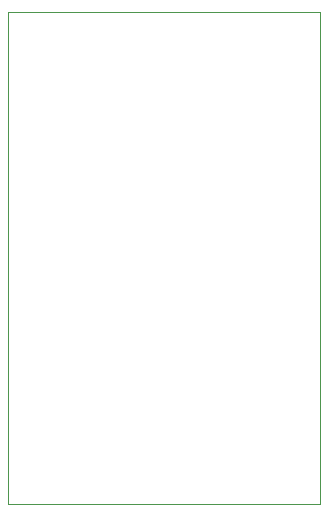
<source format=gbr>
%TF.GenerationSoftware,KiCad,Pcbnew,9.0.0*%
%TF.CreationDate,2025-05-27T11:33:04+06:00*%
%TF.ProjectId,devboard,64657662-6f61-4726-942e-6b696361645f,rev?*%
%TF.SameCoordinates,Original*%
%TF.FileFunction,Profile,NP*%
%FSLAX46Y46*%
G04 Gerber Fmt 4.6, Leading zero omitted, Abs format (unit mm)*
G04 Created by KiCad (PCBNEW 9.0.0) date 2025-05-27 11:33:04*
%MOMM*%
%LPD*%
G01*
G04 APERTURE LIST*
%TA.AperFunction,Profile*%
%ADD10C,0.050000*%
%TD*%
G04 APERTURE END LIST*
D10*
X137922000Y-64262000D02*
X164338000Y-64262000D01*
X164338000Y-105918000D01*
X137922000Y-105918000D01*
X137922000Y-64262000D01*
M02*

</source>
